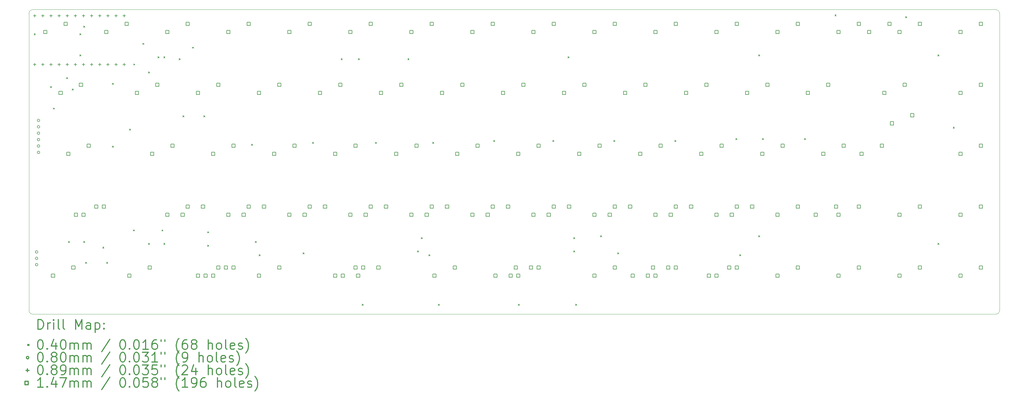
<source format=gbr>
%FSLAX45Y45*%
G04 Gerber Fmt 4.5, Leading zero omitted, Abs format (unit mm)*
G04 Created by KiCad (PCBNEW (5.1.8-0-10_14)) date 2021-09-26 01:45:02*
%MOMM*%
%LPD*%
G01*
G04 APERTURE LIST*
%TA.AperFunction,Profile*%
%ADD10C,0.050000*%
%TD*%
%ADD11C,0.200000*%
%ADD12C,0.300000*%
G04 APERTURE END LIST*
D10*
X-297657Y-12144385D02*
X29765650Y-12144385D01*
X-297657Y-2619377D02*
X29765650Y-2619377D01*
X-416719Y-2738440D02*
G75*
G02*
X-297657Y-2619377I119063J0D01*
G01*
X-416719Y-12025323D02*
X-416719Y-2738440D01*
X-297657Y-12144385D02*
G75*
G02*
X-416719Y-12025323I0J119063D01*
G01*
X29884713Y-2738440D02*
X29884713Y-12025323D01*
X29884713Y-12025323D02*
G75*
G02*
X29765650Y-12144385I-119063J0D01*
G01*
X29765650Y-2619377D02*
G75*
G02*
X29884713Y-2738440I0J-119063D01*
G01*
D11*
X-258125Y-3373284D02*
X-218125Y-3413284D01*
X-218125Y-3373284D02*
X-258125Y-3413284D01*
X251336Y-5020424D02*
X291336Y-5060424D01*
X291336Y-5020424D02*
X251336Y-5060424D01*
X337188Y-5695005D02*
X377188Y-5735005D01*
X377188Y-5695005D02*
X337188Y-5735005D01*
X753907Y-4742504D02*
X793907Y-4782504D01*
X793907Y-4742504D02*
X753907Y-4782504D01*
X813438Y-9862196D02*
X853438Y-9902196D01*
X853438Y-9862196D02*
X813438Y-9902196D01*
X932501Y-5099692D02*
X972501Y-5139692D01*
X972501Y-5099692D02*
X932501Y-5139692D01*
X1170626Y-3373284D02*
X1210626Y-3413284D01*
X1210626Y-3373284D02*
X1170626Y-3413284D01*
X1170626Y-4028128D02*
X1210626Y-4068128D01*
X1210626Y-4028128D02*
X1170626Y-4068128D01*
X1289689Y-3135159D02*
X1329689Y-3175159D01*
X1329689Y-3135159D02*
X1289689Y-3175159D01*
X1289689Y-9862196D02*
X1329689Y-9902196D01*
X1329689Y-9862196D02*
X1289689Y-9902196D01*
X1349220Y-10517040D02*
X1389220Y-10557040D01*
X1389220Y-10517040D02*
X1349220Y-10557040D01*
X1885002Y-10040790D02*
X1925002Y-10080790D01*
X1925002Y-10040790D02*
X1885002Y-10080790D01*
X2004064Y-10517040D02*
X2044064Y-10557040D01*
X2044064Y-10517040D02*
X2004064Y-10557040D01*
X2182658Y-4921098D02*
X2222658Y-4961098D01*
X2222658Y-4921098D02*
X2182658Y-4961098D01*
X2182658Y-6885631D02*
X2222658Y-6925631D01*
X2222658Y-6885631D02*
X2182658Y-6925631D01*
X2718440Y-6349849D02*
X2758440Y-6389849D01*
X2758440Y-6349849D02*
X2718440Y-6389849D01*
X2837502Y-9505008D02*
X2877502Y-9545008D01*
X2877502Y-9505008D02*
X2837502Y-9545008D01*
X2849409Y-4313878D02*
X2889409Y-4353878D01*
X2889409Y-4313878D02*
X2849409Y-4353878D01*
X3135159Y-3670941D02*
X3175159Y-3710941D01*
X3175159Y-3670941D02*
X3135159Y-3710941D01*
X3313753Y-4563910D02*
X3353753Y-4603910D01*
X3353753Y-4563910D02*
X3313753Y-4603910D01*
X3313753Y-9921727D02*
X3353753Y-9961727D01*
X3353753Y-9921727D02*
X3313753Y-9961727D01*
X3610836Y-4087087D02*
X3650836Y-4127087D01*
X3650836Y-4087087D02*
X3610836Y-4127087D01*
X3730472Y-9505008D02*
X3770472Y-9545008D01*
X3770472Y-9505008D02*
X3730472Y-9545008D01*
X3790003Y-4087660D02*
X3830003Y-4127660D01*
X3830003Y-4087660D02*
X3790003Y-4127660D01*
X3790003Y-9921727D02*
X3830003Y-9961727D01*
X3830003Y-9921727D02*
X3790003Y-9961727D01*
X4266254Y-4147191D02*
X4306254Y-4187191D01*
X4306254Y-4147191D02*
X4266254Y-4187191D01*
X4385316Y-5933130D02*
X4425316Y-5973130D01*
X4425316Y-5933130D02*
X4385316Y-5973130D01*
X4682973Y-3790003D02*
X4722973Y-3830003D01*
X4722973Y-3790003D02*
X4682973Y-3830003D01*
X5040161Y-5933130D02*
X5080161Y-5973130D01*
X5080161Y-5933130D02*
X5040161Y-5973130D01*
X5159223Y-9564539D02*
X5199223Y-9604539D01*
X5199223Y-9564539D02*
X5159223Y-9604539D01*
X5159223Y-9981258D02*
X5199223Y-10021258D01*
X5199223Y-9981258D02*
X5159223Y-10021258D01*
X6528443Y-6826099D02*
X6568443Y-6866099D01*
X6568443Y-6826099D02*
X6528443Y-6866099D01*
X6647506Y-9862196D02*
X6687506Y-9902196D01*
X6687506Y-9862196D02*
X6647506Y-9902196D01*
X6766568Y-10278915D02*
X6806568Y-10318915D01*
X6806568Y-10278915D02*
X6766568Y-10318915D01*
X8135788Y-10219384D02*
X8175788Y-10259384D01*
X8175788Y-10219384D02*
X8135788Y-10259384D01*
X8433445Y-6766568D02*
X8473445Y-6806568D01*
X8473445Y-6766568D02*
X8433445Y-6806568D01*
X9326414Y-4147191D02*
X9366414Y-4187191D01*
X9366414Y-4147191D02*
X9326414Y-4187191D01*
X9862196Y-4147191D02*
X9902196Y-4187191D01*
X9902196Y-4147191D02*
X9862196Y-4187191D01*
X9981258Y-11826729D02*
X10021258Y-11866729D01*
X10021258Y-11826729D02*
X9981258Y-11866729D01*
X10397978Y-6766568D02*
X10437978Y-6806568D01*
X10437978Y-6766568D02*
X10397978Y-6806568D01*
X11410010Y-4147191D02*
X11450010Y-4187191D01*
X11450010Y-4147191D02*
X11410010Y-4187191D01*
X11707666Y-10159852D02*
X11747666Y-10199852D01*
X11747666Y-10159852D02*
X11707666Y-10199852D01*
X11826729Y-9743133D02*
X11866729Y-9783133D01*
X11866729Y-9743133D02*
X11826729Y-9783133D01*
X12064854Y-10278915D02*
X12104854Y-10318915D01*
X12104854Y-10278915D02*
X12064854Y-10318915D01*
X12183916Y-6766568D02*
X12223916Y-6806568D01*
X12223916Y-6766568D02*
X12183916Y-6806568D01*
X12362510Y-11826729D02*
X12402510Y-11866729D01*
X12402510Y-11826729D02*
X12362510Y-11866729D01*
X14088918Y-6707037D02*
X14128918Y-6747037D01*
X14128918Y-6707037D02*
X14088918Y-6747037D01*
X14862825Y-11826729D02*
X14902825Y-11866729D01*
X14902825Y-11826729D02*
X14862825Y-11866729D01*
X15934388Y-6707037D02*
X15974388Y-6747037D01*
X15974388Y-6707037D02*
X15934388Y-6747037D01*
X16410639Y-4087660D02*
X16450639Y-4127660D01*
X16450639Y-4087660D02*
X16410639Y-4127660D01*
X16589233Y-9743133D02*
X16629233Y-9783133D01*
X16629233Y-9743133D02*
X16589233Y-9783133D01*
X16589233Y-10159852D02*
X16629233Y-10199852D01*
X16629233Y-10159852D02*
X16589233Y-10199852D01*
X16648764Y-11826729D02*
X16688764Y-11866729D01*
X16688764Y-11826729D02*
X16648764Y-11866729D01*
X17422671Y-9683602D02*
X17462671Y-9723602D01*
X17462671Y-9683602D02*
X17422671Y-9723602D01*
X17839390Y-6707037D02*
X17879390Y-6747037D01*
X17879390Y-6707037D02*
X17839390Y-6747037D01*
X17958453Y-10219384D02*
X17998453Y-10259384D01*
X17998453Y-10219384D02*
X17958453Y-10259384D01*
X19744392Y-6707037D02*
X19784392Y-6747037D01*
X19784392Y-6707037D02*
X19744392Y-6747037D01*
X21649393Y-6647506D02*
X21689393Y-6687506D01*
X21689393Y-6647506D02*
X21649393Y-6687506D01*
X21768456Y-10278915D02*
X21808456Y-10318915D01*
X21808456Y-10278915D02*
X21768456Y-10318915D01*
X22363769Y-4028128D02*
X22403769Y-4068128D01*
X22403769Y-4028128D02*
X22363769Y-4068128D01*
X22363769Y-9683602D02*
X22403769Y-9723602D01*
X22403769Y-9683602D02*
X22363769Y-9723602D01*
X22482831Y-6647506D02*
X22522831Y-6687506D01*
X22522831Y-6647506D02*
X22482831Y-6687506D01*
X23792520Y-6647506D02*
X23832520Y-6687506D01*
X23832520Y-6647506D02*
X23792520Y-6687506D01*
X24745021Y-2777971D02*
X24785021Y-2817971D01*
X24785021Y-2777971D02*
X24745021Y-2817971D01*
X26947679Y-2837502D02*
X26987679Y-2877502D01*
X26987679Y-2837502D02*
X26947679Y-2877502D01*
X27959711Y-4028128D02*
X27999711Y-4068128D01*
X27999711Y-4028128D02*
X27959711Y-4068128D01*
X27959711Y-9921727D02*
X27999711Y-9961727D01*
X27999711Y-9921727D02*
X27959711Y-9961727D01*
X28435961Y-6290318D02*
X28475961Y-6330318D01*
X28475961Y-6290318D02*
X28435961Y-6330318D01*
X-79063Y-6084225D02*
G75*
G03*
X-79063Y-6084225I-40000J0D01*
G01*
X-79063Y-6284225D02*
G75*
G03*
X-79063Y-6284225I-40000J0D01*
G01*
X-79063Y-6484225D02*
G75*
G03*
X-79063Y-6484225I-40000J0D01*
G01*
X-79063Y-6684225D02*
G75*
G03*
X-79063Y-6684225I-40000J0D01*
G01*
X-79063Y-6884225D02*
G75*
G03*
X-79063Y-6884225I-40000J0D01*
G01*
X-79063Y-7084225D02*
G75*
G03*
X-79063Y-7084225I-40000J0D01*
G01*
X-138594Y-10196571D02*
G75*
G03*
X-138594Y-10196571I-40000J0D01*
G01*
X-138594Y-10396571D02*
G75*
G03*
X-138594Y-10396571I-40000J0D01*
G01*
X-138594Y-10596571D02*
G75*
G03*
X-138594Y-10596571I-40000J0D01*
G01*
X-238125Y-2765428D02*
X-238125Y-2854328D01*
X-282575Y-2809878D02*
X-193675Y-2809878D01*
X-238125Y-4289428D02*
X-238125Y-4378328D01*
X-282575Y-4333878D02*
X-193675Y-4333878D01*
X15875Y-2765428D02*
X15875Y-2854328D01*
X-28575Y-2809878D02*
X60325Y-2809878D01*
X15875Y-4289428D02*
X15875Y-4378328D01*
X-28575Y-4333878D02*
X60325Y-4333878D01*
X269875Y-2765428D02*
X269875Y-2854328D01*
X225425Y-2809878D02*
X314325Y-2809878D01*
X269875Y-4289428D02*
X269875Y-4378328D01*
X225425Y-4333878D02*
X314325Y-4333878D01*
X523875Y-2765428D02*
X523875Y-2854328D01*
X479425Y-2809878D02*
X568325Y-2809878D01*
X523875Y-4289428D02*
X523875Y-4378328D01*
X479425Y-4333878D02*
X568325Y-4333878D01*
X777875Y-2765428D02*
X777875Y-2854328D01*
X733425Y-2809878D02*
X822325Y-2809878D01*
X777875Y-4289428D02*
X777875Y-4378328D01*
X733425Y-4333878D02*
X822325Y-4333878D01*
X1031875Y-2765428D02*
X1031875Y-2854328D01*
X987425Y-2809878D02*
X1076325Y-2809878D01*
X1031875Y-4289428D02*
X1031875Y-4378328D01*
X987425Y-4333878D02*
X1076325Y-4333878D01*
X1285875Y-2765428D02*
X1285875Y-2854328D01*
X1241425Y-2809878D02*
X1330325Y-2809878D01*
X1285875Y-4289428D02*
X1285875Y-4378328D01*
X1241425Y-4333878D02*
X1330325Y-4333878D01*
X1539875Y-2765428D02*
X1539875Y-2854328D01*
X1495425Y-2809878D02*
X1584325Y-2809878D01*
X1539875Y-4289428D02*
X1539875Y-4378328D01*
X1495425Y-4333878D02*
X1584325Y-4333878D01*
X1793875Y-2765428D02*
X1793875Y-2854328D01*
X1749425Y-2809878D02*
X1838325Y-2809878D01*
X1793875Y-4289428D02*
X1793875Y-4378328D01*
X1749425Y-4333878D02*
X1838325Y-4333878D01*
X2047875Y-2765428D02*
X2047875Y-2854328D01*
X2003425Y-2809878D02*
X2092325Y-2809878D01*
X2047875Y-4289428D02*
X2047875Y-4378328D01*
X2003425Y-4333878D02*
X2092325Y-4333878D01*
X2301875Y-2765428D02*
X2301875Y-2854328D01*
X2257425Y-2809878D02*
X2346325Y-2809878D01*
X2301875Y-4289428D02*
X2301875Y-4378328D01*
X2257425Y-4333878D02*
X2346325Y-4333878D01*
X2555875Y-2765428D02*
X2555875Y-2854328D01*
X2511425Y-2809878D02*
X2600325Y-2809878D01*
X2555875Y-4289428D02*
X2555875Y-4378328D01*
X2511425Y-4333878D02*
X2600325Y-4333878D01*
X13958473Y-9084848D02*
X13958473Y-8980902D01*
X13854527Y-8980902D01*
X13854527Y-9084848D01*
X13958473Y-9084848D01*
X14593473Y-8830848D02*
X14593473Y-8726902D01*
X14489527Y-8726902D01*
X14489527Y-8830848D01*
X14593473Y-8830848D01*
X17768473Y-9084848D02*
X17768473Y-8980902D01*
X17664527Y-8980902D01*
X17664527Y-9084848D01*
X17768473Y-9084848D01*
X18403473Y-8830848D02*
X18403473Y-8726902D01*
X18299527Y-8726902D01*
X18299527Y-8830848D01*
X18403473Y-8830848D01*
X6814723Y-10989848D02*
X6814723Y-10885902D01*
X6710777Y-10885902D01*
X6710777Y-10989848D01*
X6814723Y-10989848D01*
X7449723Y-10735848D02*
X7449723Y-10631902D01*
X7345777Y-10631902D01*
X7345777Y-10735848D01*
X7449723Y-10735848D01*
X12291608Y-10989857D02*
X12291608Y-10885912D01*
X12187663Y-10885912D01*
X12187663Y-10989857D01*
X12291608Y-10989857D01*
X12926608Y-10735857D02*
X12926608Y-10631912D01*
X12822663Y-10631912D01*
X12822663Y-10735857D01*
X12926608Y-10735857D01*
X6338473Y-9084848D02*
X6338473Y-8980902D01*
X6234527Y-8980902D01*
X6234527Y-9084848D01*
X6338473Y-9084848D01*
X6973473Y-8830848D02*
X6973473Y-8726902D01*
X6869527Y-8726902D01*
X6869527Y-8830848D01*
X6973473Y-8830848D01*
X28722223Y-9084848D02*
X28722223Y-8980902D01*
X28618277Y-8980902D01*
X28618277Y-9084848D01*
X28722223Y-9084848D01*
X29357223Y-8830848D02*
X29357223Y-8726902D01*
X29253277Y-8726902D01*
X29253277Y-8830848D01*
X29357223Y-8830848D01*
X9434139Y-10989895D02*
X9434139Y-10885949D01*
X9330193Y-10885949D01*
X9330193Y-10989895D01*
X9434139Y-10989895D01*
X10069139Y-10735895D02*
X10069139Y-10631949D01*
X9965193Y-10631949D01*
X9965193Y-10735895D01*
X10069139Y-10735895D01*
X13482234Y-9084856D02*
X13482234Y-8980910D01*
X13378289Y-8980910D01*
X13378289Y-9084856D01*
X13482234Y-9084856D01*
X14117234Y-8830856D02*
X14117234Y-8726910D01*
X14013289Y-8726910D01*
X14013289Y-8830856D01*
X14117234Y-8830856D01*
X5147848Y-10989848D02*
X5147848Y-10885902D01*
X5043902Y-10885902D01*
X5043902Y-10989848D01*
X5147848Y-10989848D01*
X5782848Y-10735848D02*
X5782848Y-10631902D01*
X5678902Y-10631902D01*
X5678902Y-10735848D01*
X5782848Y-10735848D01*
X26340973Y-5274848D02*
X26340973Y-5170902D01*
X26237027Y-5170902D01*
X26237027Y-5274848D01*
X26340973Y-5274848D01*
X26975973Y-5020848D02*
X26975973Y-4916902D01*
X26872027Y-4916902D01*
X26872027Y-5020848D01*
X26975973Y-5020848D01*
X20625973Y-7179848D02*
X20625973Y-7075902D01*
X20522027Y-7075902D01*
X20522027Y-7179848D01*
X20625973Y-7179848D01*
X21260973Y-6925848D02*
X21260973Y-6821902D01*
X21157027Y-6821902D01*
X21157027Y-6925848D01*
X21260973Y-6925848D01*
X24435994Y-7179854D02*
X24435994Y-7075908D01*
X24332048Y-7075908D01*
X24332048Y-7179854D01*
X24435994Y-7179854D01*
X25070994Y-6925854D02*
X25070994Y-6821908D01*
X24967048Y-6821908D01*
X24967048Y-6925854D01*
X25070994Y-6925854D01*
X24912223Y-3369848D02*
X24912223Y-3265902D01*
X24808277Y-3265902D01*
X24808277Y-3369848D01*
X24912223Y-3369848D01*
X25547223Y-3115848D02*
X25547223Y-3011902D01*
X25443277Y-3011902D01*
X25443277Y-3115848D01*
X25547223Y-3115848D01*
X861598Y-7179848D02*
X861598Y-7075902D01*
X757652Y-7075902D01*
X757652Y-7179848D01*
X861598Y-7179848D01*
X1496598Y-6925848D02*
X1496598Y-6821902D01*
X1392652Y-6821902D01*
X1392652Y-6925848D01*
X1496598Y-6925848D01*
X9195973Y-10989848D02*
X9195973Y-10885902D01*
X9092027Y-10885902D01*
X9092027Y-10989848D01*
X9195973Y-10989848D01*
X9830973Y-10735848D02*
X9830973Y-10631902D01*
X9727027Y-10631902D01*
X9727027Y-10735848D01*
X9830973Y-10735848D01*
X3480973Y-7179848D02*
X3480973Y-7075902D01*
X3377027Y-7075902D01*
X3377027Y-7179848D01*
X3480973Y-7179848D01*
X4115973Y-6925848D02*
X4115973Y-6821902D01*
X4012027Y-6821902D01*
X4012027Y-6925848D01*
X4115973Y-6925848D01*
X18959098Y-10989848D02*
X18959098Y-10885902D01*
X18855152Y-10885902D01*
X18855152Y-10989848D01*
X18959098Y-10989848D01*
X19594098Y-10735848D02*
X19594098Y-10631902D01*
X19490152Y-10631902D01*
X19490152Y-10735848D01*
X19594098Y-10735848D01*
X5862223Y-3369848D02*
X5862223Y-3265902D01*
X5758277Y-3265902D01*
X5758277Y-3369848D01*
X5862223Y-3369848D01*
X6497223Y-3115848D02*
X6497223Y-3011902D01*
X6393277Y-3011902D01*
X6393277Y-3115848D01*
X6497223Y-3115848D01*
X14672911Y-10989895D02*
X14672911Y-10885949D01*
X14568965Y-10885949D01*
X14568965Y-10989895D01*
X14672911Y-10989895D01*
X15307911Y-10735895D02*
X15307911Y-10631949D01*
X15203965Y-10631949D01*
X15203965Y-10735895D01*
X15307911Y-10735895D01*
X19197239Y-9084856D02*
X19197239Y-8980910D01*
X19093294Y-8980910D01*
X19093294Y-9084856D01*
X19197239Y-9084856D01*
X19832239Y-8830856D02*
X19832239Y-8726910D01*
X19728294Y-8726910D01*
X19728294Y-8830856D01*
X19832239Y-8830856D01*
X23007223Y-3369848D02*
X23007223Y-3265902D01*
X22903277Y-3265902D01*
X22903277Y-3369848D01*
X23007223Y-3369848D01*
X23642223Y-3115848D02*
X23642223Y-3011902D01*
X23538277Y-3011902D01*
X23538277Y-3115848D01*
X23642223Y-3115848D01*
X2766598Y-10989848D02*
X2766598Y-10885902D01*
X2662652Y-10885902D01*
X2662652Y-10989848D01*
X2766598Y-10989848D01*
X3401598Y-10735848D02*
X3401598Y-10631902D01*
X3297652Y-10631902D01*
X3297652Y-10735848D01*
X3401598Y-10735848D01*
X5385978Y-10989857D02*
X5385978Y-10885912D01*
X5282032Y-10885912D01*
X5282032Y-10989857D01*
X5385978Y-10989857D01*
X6020978Y-10735857D02*
X6020978Y-10631912D01*
X5917032Y-10631912D01*
X5917032Y-10735857D01*
X6020978Y-10735857D01*
X12053473Y-9084848D02*
X12053473Y-8980902D01*
X11949527Y-8980902D01*
X11949527Y-9084848D01*
X12053473Y-9084848D01*
X12688473Y-8830848D02*
X12688473Y-8726902D01*
X12584527Y-8726902D01*
X12584527Y-8830848D01*
X12688473Y-8830848D01*
X9672231Y-9084856D02*
X9672231Y-8980910D01*
X9568286Y-8980910D01*
X9568286Y-9084856D01*
X9672231Y-9084856D01*
X10307231Y-8830856D02*
X10307231Y-8726910D01*
X10203286Y-8726910D01*
X10203286Y-8830856D01*
X10307231Y-8830856D01*
X385348Y-10989848D02*
X385348Y-10885902D01*
X281402Y-10885902D01*
X281402Y-10989848D01*
X385348Y-10989848D01*
X1020348Y-10735848D02*
X1020348Y-10631902D01*
X916402Y-10631902D01*
X916402Y-10735848D01*
X1020348Y-10735848D01*
X2052223Y-3369848D02*
X2052223Y-3265902D01*
X1948277Y-3265902D01*
X1948277Y-3369848D01*
X2052223Y-3369848D01*
X2687223Y-3115848D02*
X2687223Y-3011902D01*
X2583277Y-3011902D01*
X2583277Y-3115848D01*
X2687223Y-3115848D01*
X12529723Y-5274848D02*
X12529723Y-5170902D01*
X12425777Y-5170902D01*
X12425777Y-5274848D01*
X12529723Y-5274848D01*
X13164723Y-5020848D02*
X13164723Y-4916902D01*
X13060777Y-4916902D01*
X13060777Y-5020848D01*
X13164723Y-5020848D01*
X16815973Y-7179848D02*
X16815973Y-7075902D01*
X16712027Y-7075902D01*
X16712027Y-7179848D01*
X16815973Y-7179848D01*
X17450973Y-6925848D02*
X17450973Y-6821902D01*
X17347027Y-6821902D01*
X17347027Y-6925848D01*
X17450973Y-6925848D01*
X11100973Y-7179848D02*
X11100973Y-7075902D01*
X10997027Y-7075902D01*
X10997027Y-7179848D01*
X11100973Y-7179848D01*
X11735973Y-6925848D02*
X11735973Y-6821902D01*
X11632027Y-6821902D01*
X11632027Y-6925848D01*
X11735973Y-6925848D01*
X14434723Y-5274848D02*
X14434723Y-5170902D01*
X14330777Y-5170902D01*
X14330777Y-5274848D01*
X14434723Y-5274848D01*
X15069723Y-5020848D02*
X15069723Y-4916902D01*
X14965777Y-4916902D01*
X14965777Y-5020848D01*
X15069723Y-5020848D01*
X3957226Y-9084856D02*
X3957226Y-8980910D01*
X3853281Y-8980910D01*
X3853281Y-9084856D01*
X3957226Y-9084856D01*
X4592226Y-8830856D02*
X4592226Y-8726910D01*
X4488281Y-8726910D01*
X4488281Y-8830856D01*
X4592226Y-8830856D01*
X23950723Y-5274848D02*
X23950723Y-5170902D01*
X23846777Y-5170902D01*
X23846777Y-5274848D01*
X23950723Y-5274848D01*
X24585723Y-5020848D02*
X24585723Y-4916902D01*
X24481777Y-4916902D01*
X24481777Y-5020848D01*
X24585723Y-5020848D01*
X14910973Y-10989848D02*
X14910973Y-10885902D01*
X14807027Y-10885902D01*
X14807027Y-10989848D01*
X14910973Y-10989848D01*
X15545973Y-10735848D02*
X15545973Y-10631902D01*
X15442027Y-10631902D01*
X15442027Y-10735848D01*
X15545973Y-10735848D01*
X17292223Y-10989848D02*
X17292223Y-10885902D01*
X17188277Y-10885902D01*
X17188277Y-10989848D01*
X17292223Y-10989848D01*
X17927223Y-10735848D02*
X17927223Y-10631902D01*
X17823277Y-10631902D01*
X17823277Y-10735848D01*
X17927223Y-10735848D01*
X19197239Y-10989857D02*
X19197239Y-10885912D01*
X19093294Y-10885912D01*
X19093294Y-10989857D01*
X19197239Y-10989857D01*
X19832239Y-10735857D02*
X19832239Y-10631912D01*
X19728294Y-10631912D01*
X19728294Y-10735857D01*
X19832239Y-10735857D01*
X8719723Y-5274848D02*
X8719723Y-5170902D01*
X8615777Y-5170902D01*
X8615777Y-5274848D01*
X8719723Y-5274848D01*
X9354723Y-5020848D02*
X9354723Y-4916902D01*
X9250777Y-4916902D01*
X9250777Y-5020848D01*
X9354723Y-5020848D01*
X28722223Y-10989848D02*
X28722223Y-10885902D01*
X28618277Y-10885902D01*
X28618277Y-10989848D01*
X28722223Y-10989848D01*
X29357223Y-10735848D02*
X29357223Y-10631902D01*
X29253277Y-10631902D01*
X29253277Y-10735848D01*
X29357223Y-10735848D01*
X15387236Y-9084856D02*
X15387236Y-8980910D01*
X15283290Y-8980910D01*
X15283290Y-9084856D01*
X15387236Y-9084856D01*
X16022236Y-8830856D02*
X16022236Y-8726910D01*
X15918290Y-8726910D01*
X15918290Y-8830856D01*
X16022236Y-8830856D01*
X19197223Y-3369848D02*
X19197223Y-3265902D01*
X19093277Y-3265902D01*
X19093277Y-3369848D01*
X19197223Y-3369848D01*
X19832223Y-3115848D02*
X19832223Y-3011902D01*
X19728277Y-3011902D01*
X19728277Y-3115848D01*
X19832223Y-3115848D01*
X18720973Y-7179848D02*
X18720973Y-7075902D01*
X18617027Y-7075902D01*
X18617027Y-7179848D01*
X18720973Y-7179848D01*
X19355973Y-6925848D02*
X19355973Y-6821902D01*
X19252027Y-6821902D01*
X19252027Y-6925848D01*
X19355973Y-6925848D01*
X11577223Y-3369848D02*
X11577223Y-3265902D01*
X11473277Y-3265902D01*
X11473277Y-3369848D01*
X11577223Y-3369848D01*
X12212223Y-3115848D02*
X12212223Y-3011902D01*
X12108277Y-3011902D01*
X12108277Y-3115848D01*
X12212223Y-3115848D01*
X6814723Y-5274848D02*
X6814723Y-5170902D01*
X6710777Y-5170902D01*
X6710777Y-5274848D01*
X6814723Y-5274848D01*
X7449723Y-5020848D02*
X7449723Y-4916902D01*
X7345777Y-4916902D01*
X7345777Y-5020848D01*
X7449723Y-5020848D01*
X26817223Y-9084848D02*
X26817223Y-8980902D01*
X26713277Y-8980902D01*
X26713277Y-9084848D01*
X26817223Y-9084848D01*
X27452223Y-8830848D02*
X27452223Y-8726902D01*
X27348277Y-8726902D01*
X27348277Y-8830848D01*
X27452223Y-8830848D01*
X10148473Y-9084848D02*
X10148473Y-8980902D01*
X10044527Y-8980902D01*
X10044527Y-9084848D01*
X10148473Y-9084848D01*
X10783473Y-8830848D02*
X10783473Y-8726902D01*
X10679527Y-8726902D01*
X10679527Y-8830848D01*
X10783473Y-8830848D01*
X28722223Y-7179848D02*
X28722223Y-7075902D01*
X28618277Y-7075902D01*
X28618277Y-7179848D01*
X28722223Y-7179848D01*
X29357223Y-6925848D02*
X29357223Y-6821902D01*
X29253277Y-6821902D01*
X29253277Y-6925848D01*
X29357223Y-6925848D01*
X24912244Y-9084856D02*
X24912244Y-8980910D01*
X24808298Y-8980910D01*
X24808298Y-9084856D01*
X24912244Y-9084856D01*
X25547244Y-8830856D02*
X25547244Y-8726910D01*
X25443298Y-8726910D01*
X25443298Y-8830856D01*
X25547244Y-8830856D01*
X25864723Y-3369848D02*
X25864723Y-3265902D01*
X25760777Y-3265902D01*
X25760777Y-3369848D01*
X25864723Y-3369848D01*
X26499723Y-3115848D02*
X26499723Y-3011902D01*
X26395777Y-3011902D01*
X26395777Y-3115848D01*
X26499723Y-3115848D01*
X17292223Y-3369848D02*
X17292223Y-3265902D01*
X17188277Y-3265902D01*
X17188277Y-3369848D01*
X17292223Y-3369848D01*
X17927223Y-3115848D02*
X17927223Y-3011902D01*
X17823277Y-3011902D01*
X17823277Y-3115848D01*
X17927223Y-3115848D01*
X28722223Y-3369848D02*
X28722223Y-3265902D01*
X28618277Y-3265902D01*
X28618277Y-3369848D01*
X28722223Y-3369848D01*
X29357223Y-3115848D02*
X29357223Y-3011902D01*
X29253277Y-3011902D01*
X29253277Y-3115848D01*
X29357223Y-3115848D01*
X4909723Y-5274848D02*
X4909723Y-5170902D01*
X4805777Y-5170902D01*
X4805777Y-5274848D01*
X4909723Y-5274848D01*
X5544723Y-5020848D02*
X5544723Y-4916902D01*
X5440777Y-4916902D01*
X5440777Y-5020848D01*
X5544723Y-5020848D01*
X21102223Y-3369848D02*
X21102223Y-3265902D01*
X20998277Y-3265902D01*
X20998277Y-3369848D01*
X21102223Y-3369848D01*
X21737223Y-3115848D02*
X21737223Y-3011902D01*
X21633277Y-3011902D01*
X21633277Y-3115848D01*
X21737223Y-3115848D01*
X18482864Y-10989857D02*
X18482864Y-10885912D01*
X18378918Y-10885912D01*
X18378918Y-10989857D01*
X18482864Y-10989857D01*
X19117864Y-10735857D02*
X19117864Y-10631912D01*
X19013918Y-10631912D01*
X19013918Y-10735857D01*
X19117864Y-10735857D01*
X8243473Y-9084848D02*
X8243473Y-8980902D01*
X8139527Y-8980902D01*
X8139527Y-9084848D01*
X8243473Y-9084848D01*
X8878473Y-8830848D02*
X8878473Y-8726902D01*
X8774527Y-8726902D01*
X8774527Y-8830848D01*
X8878473Y-8830848D01*
X13482223Y-3369848D02*
X13482223Y-3265902D01*
X13378277Y-3265902D01*
X13378277Y-3369848D01*
X13482223Y-3369848D01*
X14117223Y-3115848D02*
X14117223Y-3011902D01*
X14013277Y-3011902D01*
X14013277Y-3115848D01*
X14117223Y-3115848D01*
X21102241Y-9084856D02*
X21102241Y-8980910D01*
X20998295Y-8980910D01*
X20998295Y-9084856D01*
X21102241Y-9084856D01*
X21737241Y-8830856D02*
X21737241Y-8726910D01*
X21633295Y-8726910D01*
X21633295Y-8830856D01*
X21737241Y-8830856D01*
X25626598Y-7179848D02*
X25626598Y-7075902D01*
X25522652Y-7075902D01*
X25522652Y-7179848D01*
X25626598Y-7179848D01*
X26261598Y-6925848D02*
X26261598Y-6821902D01*
X26157652Y-6821902D01*
X26157652Y-6925848D01*
X26261598Y-6925848D01*
X24197951Y-9084887D02*
X24197951Y-8980941D01*
X24094005Y-8980941D01*
X24094005Y-9084887D01*
X24197951Y-9084887D01*
X24832951Y-8830887D02*
X24832951Y-8726941D01*
X24729005Y-8726941D01*
X24729005Y-8830887D01*
X24832951Y-8830887D01*
X9910391Y-10989895D02*
X9910391Y-10885949D01*
X9806445Y-10885949D01*
X9806445Y-10989895D01*
X9910391Y-10989895D01*
X10545391Y-10735895D02*
X10545391Y-10631949D01*
X10441445Y-10631949D01*
X10441445Y-10735895D01*
X10545391Y-10735895D01*
X9195973Y-7179848D02*
X9195973Y-7075902D01*
X9092027Y-7075902D01*
X9092027Y-7179848D01*
X9195973Y-7179848D01*
X9830973Y-6925848D02*
X9830973Y-6821902D01*
X9727027Y-6821902D01*
X9727027Y-6925848D01*
X9830973Y-6925848D01*
X24912223Y-10989848D02*
X24912223Y-10885902D01*
X24808277Y-10885902D01*
X24808277Y-10989848D01*
X24912223Y-10989848D01*
X25547223Y-10735848D02*
X25547223Y-10631902D01*
X25443277Y-10631902D01*
X25443277Y-10735848D01*
X25547223Y-10735848D01*
X13005973Y-7179848D02*
X13005973Y-7075902D01*
X12902027Y-7075902D01*
X12902027Y-7179848D01*
X13005973Y-7179848D01*
X13640973Y-6925848D02*
X13640973Y-6821902D01*
X13537027Y-6821902D01*
X13537027Y-6925848D01*
X13640973Y-6925848D01*
X11577233Y-9084856D02*
X11577233Y-8980910D01*
X11473287Y-8980910D01*
X11473287Y-9084856D01*
X11577233Y-9084856D01*
X12212233Y-8830856D02*
X12212233Y-8726910D01*
X12108287Y-8726910D01*
X12108287Y-8830856D01*
X12212233Y-8830856D01*
X623473Y-5274848D02*
X623473Y-5170902D01*
X519527Y-5170902D01*
X519527Y-5274848D01*
X623473Y-5274848D01*
X1258473Y-5020848D02*
X1258473Y-4916902D01*
X1154527Y-4916902D01*
X1154527Y-5020848D01*
X1258473Y-5020848D01*
X15863473Y-9084848D02*
X15863473Y-8980902D01*
X15759527Y-8980902D01*
X15759527Y-9084848D01*
X15863473Y-9084848D01*
X16498473Y-8830848D02*
X16498473Y-8726902D01*
X16394527Y-8726902D01*
X16394527Y-8830848D01*
X16498473Y-8830848D01*
X26817223Y-3369848D02*
X26817223Y-3265902D01*
X26713277Y-3265902D01*
X26713277Y-3369848D01*
X26817223Y-3369848D01*
X27452223Y-3115848D02*
X27452223Y-3011902D01*
X27348277Y-3011902D01*
X27348277Y-3115848D01*
X27452223Y-3115848D01*
X5862228Y-9084856D02*
X5862228Y-8980910D01*
X5758282Y-8980910D01*
X5758282Y-9084856D01*
X5862228Y-9084856D01*
X6497228Y-8830856D02*
X6497228Y-8726910D01*
X6393282Y-8726910D01*
X6393282Y-8830856D01*
X6497228Y-8830856D01*
X22530973Y-7179848D02*
X22530973Y-7075902D01*
X22427027Y-7075902D01*
X22427027Y-7179848D01*
X22530973Y-7179848D01*
X23165973Y-6925848D02*
X23165973Y-6821902D01*
X23062027Y-6821902D01*
X23062027Y-6925848D01*
X23165973Y-6925848D01*
X5385973Y-7179848D02*
X5385973Y-7075902D01*
X5282027Y-7075902D01*
X5282027Y-7179848D01*
X5385973Y-7179848D01*
X6020973Y-6925848D02*
X6020973Y-6821902D01*
X5917027Y-6821902D01*
X5917027Y-6925848D01*
X6020973Y-6925848D01*
X17292238Y-9084856D02*
X17292238Y-8980910D01*
X17188292Y-8980910D01*
X17188292Y-9084856D01*
X17292238Y-9084856D01*
X17927238Y-8830856D02*
X17927238Y-8726910D01*
X17823292Y-8726910D01*
X17823292Y-8830856D01*
X17927238Y-8830856D01*
X7767223Y-3369848D02*
X7767223Y-3265902D01*
X7663277Y-3265902D01*
X7663277Y-3369848D01*
X7767223Y-3369848D01*
X8402223Y-3115848D02*
X8402223Y-3011902D01*
X8298277Y-3011902D01*
X8298277Y-3115848D01*
X8402223Y-3115848D01*
X20149723Y-5274848D02*
X20149723Y-5170902D01*
X20045777Y-5170902D01*
X20045777Y-5274848D01*
X20149723Y-5274848D01*
X20784723Y-5020848D02*
X20784723Y-4916902D01*
X20680777Y-4916902D01*
X20680777Y-5020848D01*
X20784723Y-5020848D01*
X7290973Y-7179848D02*
X7290973Y-7075902D01*
X7187027Y-7075902D01*
X7187027Y-7179848D01*
X7290973Y-7179848D01*
X7925973Y-6925848D02*
X7925973Y-6821902D01*
X7822027Y-6821902D01*
X7822027Y-6925848D01*
X7925973Y-6925848D01*
X26817223Y-10989848D02*
X26817223Y-10885902D01*
X26713277Y-10885902D01*
X26713277Y-10989848D01*
X26817223Y-10989848D01*
X27452223Y-10735848D02*
X27452223Y-10631902D01*
X27348277Y-10631902D01*
X27348277Y-10735848D01*
X27452223Y-10735848D01*
X15387223Y-3369848D02*
X15387223Y-3265902D01*
X15283277Y-3265902D01*
X15283277Y-3369848D01*
X15387223Y-3369848D01*
X16022223Y-3115848D02*
X16022223Y-3011902D01*
X15918277Y-3011902D01*
X15918277Y-3115848D01*
X16022223Y-3115848D01*
X26579120Y-6227353D02*
X26579120Y-6123408D01*
X26475175Y-6123408D01*
X26475175Y-6227353D01*
X26579120Y-6227353D01*
X27214120Y-5973353D02*
X27214120Y-5869408D01*
X27110175Y-5869408D01*
X27110175Y-5973353D01*
X27214120Y-5973353D01*
X147223Y-3369848D02*
X147223Y-3265902D01*
X43277Y-3265902D01*
X43277Y-3369848D01*
X147223Y-3369848D01*
X782223Y-3115848D02*
X782223Y-3011902D01*
X678277Y-3011902D01*
X678277Y-3115848D01*
X782223Y-3115848D01*
X3957223Y-3369848D02*
X3957223Y-3265902D01*
X3853277Y-3265902D01*
X3853277Y-3369848D01*
X3957223Y-3369848D01*
X4592223Y-3115848D02*
X4592223Y-3011902D01*
X4488277Y-3011902D01*
X4488277Y-3115848D01*
X4592223Y-3115848D01*
X4433473Y-9084848D02*
X4433473Y-8980902D01*
X4329527Y-8980902D01*
X4329527Y-9084848D01*
X4433473Y-9084848D01*
X5068473Y-8830848D02*
X5068473Y-8726902D01*
X4964527Y-8726902D01*
X4964527Y-8830848D01*
X5068473Y-8830848D01*
X22054723Y-5274848D02*
X22054723Y-5170902D01*
X21950777Y-5170902D01*
X21950777Y-5274848D01*
X22054723Y-5274848D01*
X22689723Y-5020848D02*
X22689723Y-4916902D01*
X22585777Y-4916902D01*
X22585777Y-5020848D01*
X22689723Y-5020848D01*
X20864116Y-10989857D02*
X20864116Y-10885912D01*
X20760170Y-10885912D01*
X20760170Y-10989857D01*
X20864116Y-10989857D01*
X21499116Y-10735857D02*
X21499116Y-10631912D01*
X21395170Y-10631912D01*
X21395170Y-10735857D01*
X21499116Y-10735857D01*
X3004723Y-5274848D02*
X3004723Y-5170902D01*
X2900777Y-5170902D01*
X2900777Y-5274848D01*
X3004723Y-5274848D01*
X3639723Y-5020848D02*
X3639723Y-4916902D01*
X3535777Y-4916902D01*
X3535777Y-5020848D01*
X3639723Y-5020848D01*
X10624723Y-5274848D02*
X10624723Y-5170902D01*
X10520777Y-5170902D01*
X10520777Y-5274848D01*
X10624723Y-5274848D01*
X11259723Y-5020848D02*
X11259723Y-4916902D01*
X11155777Y-4916902D01*
X11155777Y-5020848D01*
X11259723Y-5020848D01*
X1337848Y-9084848D02*
X1337848Y-8980902D01*
X1233902Y-8980902D01*
X1233902Y-9084848D01*
X1337848Y-9084848D01*
X1972848Y-8830848D02*
X1972848Y-8726902D01*
X1868902Y-8726902D01*
X1868902Y-8830848D01*
X1972848Y-8830848D01*
X23007242Y-9084856D02*
X23007242Y-8980910D01*
X22903297Y-8980910D01*
X22903297Y-9084856D01*
X23007242Y-9084856D01*
X23642242Y-8830856D02*
X23642242Y-8726910D01*
X23538297Y-8726910D01*
X23538297Y-8830856D01*
X23642242Y-8830856D01*
X14196659Y-10989895D02*
X14196659Y-10885949D01*
X14092713Y-10885949D01*
X14092713Y-10989895D01*
X14196659Y-10989895D01*
X14831659Y-10735895D02*
X14831659Y-10631949D01*
X14727713Y-10631949D01*
X14727713Y-10735895D01*
X14831659Y-10735895D01*
X1099724Y-9084856D02*
X1099724Y-8980910D01*
X995778Y-8980910D01*
X995778Y-9084856D01*
X1099724Y-9084856D01*
X1734724Y-8830856D02*
X1734724Y-8726910D01*
X1630778Y-8726910D01*
X1630778Y-8830856D01*
X1734724Y-8830856D01*
X19673473Y-9084848D02*
X19673473Y-8980902D01*
X19569527Y-8980902D01*
X19569527Y-9084848D01*
X19673473Y-9084848D01*
X20308473Y-8830848D02*
X20308473Y-8726902D01*
X20204527Y-8726902D01*
X20204527Y-8830848D01*
X20308473Y-8830848D01*
X9672223Y-3369848D02*
X9672223Y-3265902D01*
X9568277Y-3265902D01*
X9568277Y-3369848D01*
X9672223Y-3369848D01*
X10307223Y-3115848D02*
X10307223Y-3011902D01*
X10203277Y-3011902D01*
X10203277Y-3115848D01*
X10307223Y-3115848D01*
X14910973Y-7179848D02*
X14910973Y-7075902D01*
X14807027Y-7075902D01*
X14807027Y-7179848D01*
X14910973Y-7179848D01*
X15545973Y-6925848D02*
X15545973Y-6821902D01*
X15442027Y-6821902D01*
X15442027Y-6925848D01*
X15545973Y-6925848D01*
X21102223Y-10989848D02*
X21102223Y-10885902D01*
X20998277Y-10885902D01*
X20998277Y-10989848D01*
X21102223Y-10989848D01*
X21737223Y-10735848D02*
X21737223Y-10631902D01*
X21633277Y-10631902D01*
X21633277Y-10735848D01*
X21737223Y-10735848D01*
X28722223Y-5274848D02*
X28722223Y-5170902D01*
X28618277Y-5170902D01*
X28618277Y-5274848D01*
X28722223Y-5274848D01*
X29357223Y-5020848D02*
X29357223Y-4916902D01*
X29253277Y-4916902D01*
X29253277Y-5020848D01*
X29357223Y-5020848D01*
X18244723Y-5274848D02*
X18244723Y-5170902D01*
X18140777Y-5170902D01*
X18140777Y-5274848D01*
X18244723Y-5274848D01*
X18879723Y-5020848D02*
X18879723Y-4916902D01*
X18775777Y-4916902D01*
X18775777Y-5020848D01*
X18879723Y-5020848D01*
X21578473Y-9084848D02*
X21578473Y-8980902D01*
X21474527Y-8980902D01*
X21474527Y-9084848D01*
X21578473Y-9084848D01*
X22213473Y-8830848D02*
X22213473Y-8726902D01*
X22109527Y-8726902D01*
X22109527Y-8830848D01*
X22213473Y-8830848D01*
X4909727Y-10989857D02*
X4909727Y-10885912D01*
X4805782Y-10885912D01*
X4805782Y-10989857D01*
X4909727Y-10989857D01*
X5544727Y-10735857D02*
X5544727Y-10631912D01*
X5440782Y-10631912D01*
X5440782Y-10735857D01*
X5544727Y-10735857D01*
X7767230Y-9084856D02*
X7767230Y-8980910D01*
X7663284Y-8980910D01*
X7663284Y-9084856D01*
X7767230Y-9084856D01*
X8402230Y-8830856D02*
X8402230Y-8726910D01*
X8298284Y-8726910D01*
X8298284Y-8830856D01*
X8402230Y-8830856D01*
X23007223Y-10989848D02*
X23007223Y-10885902D01*
X22903277Y-10885902D01*
X22903277Y-10989848D01*
X23007223Y-10989848D01*
X23642223Y-10735848D02*
X23642223Y-10631902D01*
X23538277Y-10631902D01*
X23538277Y-10735848D01*
X23642223Y-10735848D01*
X16339723Y-5274848D02*
X16339723Y-5170902D01*
X16235777Y-5170902D01*
X16235777Y-5274848D01*
X16339723Y-5274848D01*
X16974723Y-5020848D02*
X16974723Y-4916902D01*
X16870777Y-4916902D01*
X16870777Y-5020848D01*
X16974723Y-5020848D01*
D12*
X-132791Y-12612599D02*
X-132791Y-12312599D01*
X-61362Y-12312599D01*
X-18505Y-12326885D01*
X10067Y-12355457D01*
X24352Y-12384028D01*
X38638Y-12441171D01*
X38638Y-12484028D01*
X24352Y-12541171D01*
X10067Y-12569742D01*
X-18505Y-12598314D01*
X-61362Y-12612599D01*
X-132791Y-12612599D01*
X167209Y-12612599D02*
X167209Y-12412599D01*
X167209Y-12469742D02*
X181495Y-12441171D01*
X195781Y-12426885D01*
X224352Y-12412599D01*
X252924Y-12412599D01*
X352924Y-12612599D02*
X352924Y-12412599D01*
X352924Y-12312599D02*
X338638Y-12326885D01*
X352924Y-12341171D01*
X367209Y-12326885D01*
X352924Y-12312599D01*
X352924Y-12341171D01*
X538638Y-12612599D02*
X510066Y-12598314D01*
X495781Y-12569742D01*
X495781Y-12312599D01*
X695781Y-12612599D02*
X667209Y-12598314D01*
X652924Y-12569742D01*
X652924Y-12312599D01*
X1038638Y-12612599D02*
X1038638Y-12312599D01*
X1138638Y-12526885D01*
X1238638Y-12312599D01*
X1238638Y-12612599D01*
X1510066Y-12612599D02*
X1510066Y-12455457D01*
X1495781Y-12426885D01*
X1467209Y-12412599D01*
X1410066Y-12412599D01*
X1381495Y-12426885D01*
X1510066Y-12598314D02*
X1481495Y-12612599D01*
X1410066Y-12612599D01*
X1381495Y-12598314D01*
X1367209Y-12569742D01*
X1367209Y-12541171D01*
X1381495Y-12512599D01*
X1410066Y-12498314D01*
X1481495Y-12498314D01*
X1510066Y-12484028D01*
X1652924Y-12412599D02*
X1652924Y-12712599D01*
X1652924Y-12426885D02*
X1681495Y-12412599D01*
X1738638Y-12412599D01*
X1767209Y-12426885D01*
X1781495Y-12441171D01*
X1795781Y-12469742D01*
X1795781Y-12555457D01*
X1781495Y-12584028D01*
X1767209Y-12598314D01*
X1738638Y-12612599D01*
X1681495Y-12612599D01*
X1652924Y-12598314D01*
X1924352Y-12584028D02*
X1938638Y-12598314D01*
X1924352Y-12612599D01*
X1910066Y-12598314D01*
X1924352Y-12584028D01*
X1924352Y-12612599D01*
X1924352Y-12426885D02*
X1938638Y-12441171D01*
X1924352Y-12455457D01*
X1910066Y-12441171D01*
X1924352Y-12426885D01*
X1924352Y-12455457D01*
X-459219Y-13086885D02*
X-419219Y-13126885D01*
X-419219Y-13086885D02*
X-459219Y-13126885D01*
X-75648Y-12942599D02*
X-47076Y-12942599D01*
X-18505Y-12956885D01*
X-4219Y-12971171D01*
X10067Y-12999742D01*
X24352Y-13056885D01*
X24352Y-13128314D01*
X10067Y-13185457D01*
X-4219Y-13214028D01*
X-18505Y-13228314D01*
X-47076Y-13242599D01*
X-75648Y-13242599D01*
X-104219Y-13228314D01*
X-118505Y-13214028D01*
X-132791Y-13185457D01*
X-147076Y-13128314D01*
X-147076Y-13056885D01*
X-132791Y-12999742D01*
X-118505Y-12971171D01*
X-104219Y-12956885D01*
X-75648Y-12942599D01*
X152924Y-13214028D02*
X167209Y-13228314D01*
X152924Y-13242599D01*
X138638Y-13228314D01*
X152924Y-13214028D01*
X152924Y-13242599D01*
X424352Y-13042599D02*
X424352Y-13242599D01*
X352924Y-12928314D02*
X281495Y-13142599D01*
X467209Y-13142599D01*
X638638Y-12942599D02*
X667209Y-12942599D01*
X695781Y-12956885D01*
X710066Y-12971171D01*
X724352Y-12999742D01*
X738638Y-13056885D01*
X738638Y-13128314D01*
X724352Y-13185457D01*
X710066Y-13214028D01*
X695781Y-13228314D01*
X667209Y-13242599D01*
X638638Y-13242599D01*
X610067Y-13228314D01*
X595781Y-13214028D01*
X581495Y-13185457D01*
X567209Y-13128314D01*
X567209Y-13056885D01*
X581495Y-12999742D01*
X595781Y-12971171D01*
X610067Y-12956885D01*
X638638Y-12942599D01*
X867209Y-13242599D02*
X867209Y-13042599D01*
X867209Y-13071171D02*
X881495Y-13056885D01*
X910066Y-13042599D01*
X952924Y-13042599D01*
X981495Y-13056885D01*
X995781Y-13085457D01*
X995781Y-13242599D01*
X995781Y-13085457D02*
X1010066Y-13056885D01*
X1038638Y-13042599D01*
X1081495Y-13042599D01*
X1110067Y-13056885D01*
X1124352Y-13085457D01*
X1124352Y-13242599D01*
X1267209Y-13242599D02*
X1267209Y-13042599D01*
X1267209Y-13071171D02*
X1281495Y-13056885D01*
X1310067Y-13042599D01*
X1352924Y-13042599D01*
X1381495Y-13056885D01*
X1395781Y-13085457D01*
X1395781Y-13242599D01*
X1395781Y-13085457D02*
X1410066Y-13056885D01*
X1438638Y-13042599D01*
X1481495Y-13042599D01*
X1510066Y-13056885D01*
X1524352Y-13085457D01*
X1524352Y-13242599D01*
X2110067Y-12928314D02*
X1852924Y-13314028D01*
X2495781Y-12942599D02*
X2524352Y-12942599D01*
X2552924Y-12956885D01*
X2567209Y-12971171D01*
X2581495Y-12999742D01*
X2595781Y-13056885D01*
X2595781Y-13128314D01*
X2581495Y-13185457D01*
X2567209Y-13214028D01*
X2552924Y-13228314D01*
X2524352Y-13242599D01*
X2495781Y-13242599D01*
X2467209Y-13228314D01*
X2452924Y-13214028D01*
X2438638Y-13185457D01*
X2424352Y-13128314D01*
X2424352Y-13056885D01*
X2438638Y-12999742D01*
X2452924Y-12971171D01*
X2467209Y-12956885D01*
X2495781Y-12942599D01*
X2724352Y-13214028D02*
X2738638Y-13228314D01*
X2724352Y-13242599D01*
X2710067Y-13228314D01*
X2724352Y-13214028D01*
X2724352Y-13242599D01*
X2924352Y-12942599D02*
X2952924Y-12942599D01*
X2981495Y-12956885D01*
X2995781Y-12971171D01*
X3010066Y-12999742D01*
X3024352Y-13056885D01*
X3024352Y-13128314D01*
X3010066Y-13185457D01*
X2995781Y-13214028D01*
X2981495Y-13228314D01*
X2952924Y-13242599D01*
X2924352Y-13242599D01*
X2895781Y-13228314D01*
X2881495Y-13214028D01*
X2867209Y-13185457D01*
X2852924Y-13128314D01*
X2852924Y-13056885D01*
X2867209Y-12999742D01*
X2881495Y-12971171D01*
X2895781Y-12956885D01*
X2924352Y-12942599D01*
X3310066Y-13242599D02*
X3138638Y-13242599D01*
X3224352Y-13242599D02*
X3224352Y-12942599D01*
X3195781Y-12985457D01*
X3167209Y-13014028D01*
X3138638Y-13028314D01*
X3567209Y-12942599D02*
X3510066Y-12942599D01*
X3481495Y-12956885D01*
X3467209Y-12971171D01*
X3438638Y-13014028D01*
X3424352Y-13071171D01*
X3424352Y-13185457D01*
X3438638Y-13214028D01*
X3452924Y-13228314D01*
X3481495Y-13242599D01*
X3538638Y-13242599D01*
X3567209Y-13228314D01*
X3581495Y-13214028D01*
X3595781Y-13185457D01*
X3595781Y-13114028D01*
X3581495Y-13085457D01*
X3567209Y-13071171D01*
X3538638Y-13056885D01*
X3481495Y-13056885D01*
X3452924Y-13071171D01*
X3438638Y-13085457D01*
X3424352Y-13114028D01*
X3710066Y-12942599D02*
X3710066Y-12999742D01*
X3824352Y-12942599D02*
X3824352Y-12999742D01*
X4267209Y-13356885D02*
X4252924Y-13342599D01*
X4224352Y-13299742D01*
X4210067Y-13271171D01*
X4195781Y-13228314D01*
X4181495Y-13156885D01*
X4181495Y-13099742D01*
X4195781Y-13028314D01*
X4210067Y-12985457D01*
X4224352Y-12956885D01*
X4252924Y-12914028D01*
X4267209Y-12899742D01*
X4510067Y-12942599D02*
X4452924Y-12942599D01*
X4424352Y-12956885D01*
X4410067Y-12971171D01*
X4381495Y-13014028D01*
X4367209Y-13071171D01*
X4367209Y-13185457D01*
X4381495Y-13214028D01*
X4395781Y-13228314D01*
X4424352Y-13242599D01*
X4481495Y-13242599D01*
X4510067Y-13228314D01*
X4524352Y-13214028D01*
X4538638Y-13185457D01*
X4538638Y-13114028D01*
X4524352Y-13085457D01*
X4510067Y-13071171D01*
X4481495Y-13056885D01*
X4424352Y-13056885D01*
X4395781Y-13071171D01*
X4381495Y-13085457D01*
X4367209Y-13114028D01*
X4710067Y-13071171D02*
X4681495Y-13056885D01*
X4667209Y-13042599D01*
X4652924Y-13014028D01*
X4652924Y-12999742D01*
X4667209Y-12971171D01*
X4681495Y-12956885D01*
X4710067Y-12942599D01*
X4767209Y-12942599D01*
X4795781Y-12956885D01*
X4810067Y-12971171D01*
X4824352Y-12999742D01*
X4824352Y-13014028D01*
X4810067Y-13042599D01*
X4795781Y-13056885D01*
X4767209Y-13071171D01*
X4710067Y-13071171D01*
X4681495Y-13085457D01*
X4667209Y-13099742D01*
X4652924Y-13128314D01*
X4652924Y-13185457D01*
X4667209Y-13214028D01*
X4681495Y-13228314D01*
X4710067Y-13242599D01*
X4767209Y-13242599D01*
X4795781Y-13228314D01*
X4810067Y-13214028D01*
X4824352Y-13185457D01*
X4824352Y-13128314D01*
X4810067Y-13099742D01*
X4795781Y-13085457D01*
X4767209Y-13071171D01*
X5181495Y-13242599D02*
X5181495Y-12942599D01*
X5310067Y-13242599D02*
X5310067Y-13085457D01*
X5295781Y-13056885D01*
X5267209Y-13042599D01*
X5224352Y-13042599D01*
X5195781Y-13056885D01*
X5181495Y-13071171D01*
X5495781Y-13242599D02*
X5467209Y-13228314D01*
X5452924Y-13214028D01*
X5438638Y-13185457D01*
X5438638Y-13099742D01*
X5452924Y-13071171D01*
X5467209Y-13056885D01*
X5495781Y-13042599D01*
X5538638Y-13042599D01*
X5567209Y-13056885D01*
X5581495Y-13071171D01*
X5595781Y-13099742D01*
X5595781Y-13185457D01*
X5581495Y-13214028D01*
X5567209Y-13228314D01*
X5538638Y-13242599D01*
X5495781Y-13242599D01*
X5767209Y-13242599D02*
X5738638Y-13228314D01*
X5724352Y-13199742D01*
X5724352Y-12942599D01*
X5995781Y-13228314D02*
X5967209Y-13242599D01*
X5910066Y-13242599D01*
X5881495Y-13228314D01*
X5867209Y-13199742D01*
X5867209Y-13085457D01*
X5881495Y-13056885D01*
X5910066Y-13042599D01*
X5967209Y-13042599D01*
X5995781Y-13056885D01*
X6010066Y-13085457D01*
X6010066Y-13114028D01*
X5867209Y-13142599D01*
X6124352Y-13228314D02*
X6152924Y-13242599D01*
X6210066Y-13242599D01*
X6238638Y-13228314D01*
X6252924Y-13199742D01*
X6252924Y-13185457D01*
X6238638Y-13156885D01*
X6210066Y-13142599D01*
X6167209Y-13142599D01*
X6138638Y-13128314D01*
X6124352Y-13099742D01*
X6124352Y-13085457D01*
X6138638Y-13056885D01*
X6167209Y-13042599D01*
X6210066Y-13042599D01*
X6238638Y-13056885D01*
X6352924Y-13356885D02*
X6367209Y-13342599D01*
X6395781Y-13299742D01*
X6410066Y-13271171D01*
X6424352Y-13228314D01*
X6438638Y-13156885D01*
X6438638Y-13099742D01*
X6424352Y-13028314D01*
X6410066Y-12985457D01*
X6395781Y-12956885D01*
X6367209Y-12914028D01*
X6352924Y-12899742D01*
X-419219Y-13502885D02*
G75*
G03*
X-419219Y-13502885I-40000J0D01*
G01*
X-75648Y-13338599D02*
X-47076Y-13338599D01*
X-18505Y-13352885D01*
X-4219Y-13367171D01*
X10067Y-13395742D01*
X24352Y-13452885D01*
X24352Y-13524314D01*
X10067Y-13581457D01*
X-4219Y-13610028D01*
X-18505Y-13624314D01*
X-47076Y-13638599D01*
X-75648Y-13638599D01*
X-104219Y-13624314D01*
X-118505Y-13610028D01*
X-132791Y-13581457D01*
X-147076Y-13524314D01*
X-147076Y-13452885D01*
X-132791Y-13395742D01*
X-118505Y-13367171D01*
X-104219Y-13352885D01*
X-75648Y-13338599D01*
X152924Y-13610028D02*
X167209Y-13624314D01*
X152924Y-13638599D01*
X138638Y-13624314D01*
X152924Y-13610028D01*
X152924Y-13638599D01*
X338638Y-13467171D02*
X310067Y-13452885D01*
X295781Y-13438599D01*
X281495Y-13410028D01*
X281495Y-13395742D01*
X295781Y-13367171D01*
X310067Y-13352885D01*
X338638Y-13338599D01*
X395781Y-13338599D01*
X424352Y-13352885D01*
X438638Y-13367171D01*
X452924Y-13395742D01*
X452924Y-13410028D01*
X438638Y-13438599D01*
X424352Y-13452885D01*
X395781Y-13467171D01*
X338638Y-13467171D01*
X310067Y-13481457D01*
X295781Y-13495742D01*
X281495Y-13524314D01*
X281495Y-13581457D01*
X295781Y-13610028D01*
X310067Y-13624314D01*
X338638Y-13638599D01*
X395781Y-13638599D01*
X424352Y-13624314D01*
X438638Y-13610028D01*
X452924Y-13581457D01*
X452924Y-13524314D01*
X438638Y-13495742D01*
X424352Y-13481457D01*
X395781Y-13467171D01*
X638638Y-13338599D02*
X667209Y-13338599D01*
X695781Y-13352885D01*
X710066Y-13367171D01*
X724352Y-13395742D01*
X738638Y-13452885D01*
X738638Y-13524314D01*
X724352Y-13581457D01*
X710066Y-13610028D01*
X695781Y-13624314D01*
X667209Y-13638599D01*
X638638Y-13638599D01*
X610067Y-13624314D01*
X595781Y-13610028D01*
X581495Y-13581457D01*
X567209Y-13524314D01*
X567209Y-13452885D01*
X581495Y-13395742D01*
X595781Y-13367171D01*
X610067Y-13352885D01*
X638638Y-13338599D01*
X867209Y-13638599D02*
X867209Y-13438599D01*
X867209Y-13467171D02*
X881495Y-13452885D01*
X910066Y-13438599D01*
X952924Y-13438599D01*
X981495Y-13452885D01*
X995781Y-13481457D01*
X995781Y-13638599D01*
X995781Y-13481457D02*
X1010066Y-13452885D01*
X1038638Y-13438599D01*
X1081495Y-13438599D01*
X1110067Y-13452885D01*
X1124352Y-13481457D01*
X1124352Y-13638599D01*
X1267209Y-13638599D02*
X1267209Y-13438599D01*
X1267209Y-13467171D02*
X1281495Y-13452885D01*
X1310067Y-13438599D01*
X1352924Y-13438599D01*
X1381495Y-13452885D01*
X1395781Y-13481457D01*
X1395781Y-13638599D01*
X1395781Y-13481457D02*
X1410066Y-13452885D01*
X1438638Y-13438599D01*
X1481495Y-13438599D01*
X1510066Y-13452885D01*
X1524352Y-13481457D01*
X1524352Y-13638599D01*
X2110067Y-13324314D02*
X1852924Y-13710028D01*
X2495781Y-13338599D02*
X2524352Y-13338599D01*
X2552924Y-13352885D01*
X2567209Y-13367171D01*
X2581495Y-13395742D01*
X2595781Y-13452885D01*
X2595781Y-13524314D01*
X2581495Y-13581457D01*
X2567209Y-13610028D01*
X2552924Y-13624314D01*
X2524352Y-13638599D01*
X2495781Y-13638599D01*
X2467209Y-13624314D01*
X2452924Y-13610028D01*
X2438638Y-13581457D01*
X2424352Y-13524314D01*
X2424352Y-13452885D01*
X2438638Y-13395742D01*
X2452924Y-13367171D01*
X2467209Y-13352885D01*
X2495781Y-13338599D01*
X2724352Y-13610028D02*
X2738638Y-13624314D01*
X2724352Y-13638599D01*
X2710067Y-13624314D01*
X2724352Y-13610028D01*
X2724352Y-13638599D01*
X2924352Y-13338599D02*
X2952924Y-13338599D01*
X2981495Y-13352885D01*
X2995781Y-13367171D01*
X3010066Y-13395742D01*
X3024352Y-13452885D01*
X3024352Y-13524314D01*
X3010066Y-13581457D01*
X2995781Y-13610028D01*
X2981495Y-13624314D01*
X2952924Y-13638599D01*
X2924352Y-13638599D01*
X2895781Y-13624314D01*
X2881495Y-13610028D01*
X2867209Y-13581457D01*
X2852924Y-13524314D01*
X2852924Y-13452885D01*
X2867209Y-13395742D01*
X2881495Y-13367171D01*
X2895781Y-13352885D01*
X2924352Y-13338599D01*
X3124352Y-13338599D02*
X3310066Y-13338599D01*
X3210066Y-13452885D01*
X3252924Y-13452885D01*
X3281495Y-13467171D01*
X3295781Y-13481457D01*
X3310066Y-13510028D01*
X3310066Y-13581457D01*
X3295781Y-13610028D01*
X3281495Y-13624314D01*
X3252924Y-13638599D01*
X3167209Y-13638599D01*
X3138638Y-13624314D01*
X3124352Y-13610028D01*
X3595781Y-13638599D02*
X3424352Y-13638599D01*
X3510066Y-13638599D02*
X3510066Y-13338599D01*
X3481495Y-13381457D01*
X3452924Y-13410028D01*
X3424352Y-13424314D01*
X3710066Y-13338599D02*
X3710066Y-13395742D01*
X3824352Y-13338599D02*
X3824352Y-13395742D01*
X4267209Y-13752885D02*
X4252924Y-13738599D01*
X4224352Y-13695742D01*
X4210067Y-13667171D01*
X4195781Y-13624314D01*
X4181495Y-13552885D01*
X4181495Y-13495742D01*
X4195781Y-13424314D01*
X4210067Y-13381457D01*
X4224352Y-13352885D01*
X4252924Y-13310028D01*
X4267209Y-13295742D01*
X4395781Y-13638599D02*
X4452924Y-13638599D01*
X4481495Y-13624314D01*
X4495781Y-13610028D01*
X4524352Y-13567171D01*
X4538638Y-13510028D01*
X4538638Y-13395742D01*
X4524352Y-13367171D01*
X4510067Y-13352885D01*
X4481495Y-13338599D01*
X4424352Y-13338599D01*
X4395781Y-13352885D01*
X4381495Y-13367171D01*
X4367209Y-13395742D01*
X4367209Y-13467171D01*
X4381495Y-13495742D01*
X4395781Y-13510028D01*
X4424352Y-13524314D01*
X4481495Y-13524314D01*
X4510067Y-13510028D01*
X4524352Y-13495742D01*
X4538638Y-13467171D01*
X4895781Y-13638599D02*
X4895781Y-13338599D01*
X5024352Y-13638599D02*
X5024352Y-13481457D01*
X5010067Y-13452885D01*
X4981495Y-13438599D01*
X4938638Y-13438599D01*
X4910067Y-13452885D01*
X4895781Y-13467171D01*
X5210067Y-13638599D02*
X5181495Y-13624314D01*
X5167209Y-13610028D01*
X5152924Y-13581457D01*
X5152924Y-13495742D01*
X5167209Y-13467171D01*
X5181495Y-13452885D01*
X5210067Y-13438599D01*
X5252924Y-13438599D01*
X5281495Y-13452885D01*
X5295781Y-13467171D01*
X5310067Y-13495742D01*
X5310067Y-13581457D01*
X5295781Y-13610028D01*
X5281495Y-13624314D01*
X5252924Y-13638599D01*
X5210067Y-13638599D01*
X5481495Y-13638599D02*
X5452924Y-13624314D01*
X5438638Y-13595742D01*
X5438638Y-13338599D01*
X5710066Y-13624314D02*
X5681495Y-13638599D01*
X5624352Y-13638599D01*
X5595781Y-13624314D01*
X5581495Y-13595742D01*
X5581495Y-13481457D01*
X5595781Y-13452885D01*
X5624352Y-13438599D01*
X5681495Y-13438599D01*
X5710066Y-13452885D01*
X5724352Y-13481457D01*
X5724352Y-13510028D01*
X5581495Y-13538599D01*
X5838638Y-13624314D02*
X5867209Y-13638599D01*
X5924352Y-13638599D01*
X5952924Y-13624314D01*
X5967209Y-13595742D01*
X5967209Y-13581457D01*
X5952924Y-13552885D01*
X5924352Y-13538599D01*
X5881495Y-13538599D01*
X5852924Y-13524314D01*
X5838638Y-13495742D01*
X5838638Y-13481457D01*
X5852924Y-13452885D01*
X5881495Y-13438599D01*
X5924352Y-13438599D01*
X5952924Y-13452885D01*
X6067209Y-13752885D02*
X6081495Y-13738599D01*
X6110066Y-13695742D01*
X6124352Y-13667171D01*
X6138638Y-13624314D01*
X6152924Y-13552885D01*
X6152924Y-13495742D01*
X6138638Y-13424314D01*
X6124352Y-13381457D01*
X6110066Y-13352885D01*
X6081495Y-13310028D01*
X6067209Y-13295742D01*
X-463669Y-13854435D02*
X-463669Y-13943335D01*
X-508119Y-13898885D02*
X-419219Y-13898885D01*
X-75648Y-13734599D02*
X-47076Y-13734599D01*
X-18505Y-13748885D01*
X-4219Y-13763171D01*
X10067Y-13791742D01*
X24352Y-13848885D01*
X24352Y-13920314D01*
X10067Y-13977457D01*
X-4219Y-14006028D01*
X-18505Y-14020314D01*
X-47076Y-14034599D01*
X-75648Y-14034599D01*
X-104219Y-14020314D01*
X-118505Y-14006028D01*
X-132791Y-13977457D01*
X-147076Y-13920314D01*
X-147076Y-13848885D01*
X-132791Y-13791742D01*
X-118505Y-13763171D01*
X-104219Y-13748885D01*
X-75648Y-13734599D01*
X152924Y-14006028D02*
X167209Y-14020314D01*
X152924Y-14034599D01*
X138638Y-14020314D01*
X152924Y-14006028D01*
X152924Y-14034599D01*
X338638Y-13863171D02*
X310067Y-13848885D01*
X295781Y-13834599D01*
X281495Y-13806028D01*
X281495Y-13791742D01*
X295781Y-13763171D01*
X310067Y-13748885D01*
X338638Y-13734599D01*
X395781Y-13734599D01*
X424352Y-13748885D01*
X438638Y-13763171D01*
X452924Y-13791742D01*
X452924Y-13806028D01*
X438638Y-13834599D01*
X424352Y-13848885D01*
X395781Y-13863171D01*
X338638Y-13863171D01*
X310067Y-13877457D01*
X295781Y-13891742D01*
X281495Y-13920314D01*
X281495Y-13977457D01*
X295781Y-14006028D01*
X310067Y-14020314D01*
X338638Y-14034599D01*
X395781Y-14034599D01*
X424352Y-14020314D01*
X438638Y-14006028D01*
X452924Y-13977457D01*
X452924Y-13920314D01*
X438638Y-13891742D01*
X424352Y-13877457D01*
X395781Y-13863171D01*
X595781Y-14034599D02*
X652924Y-14034599D01*
X681495Y-14020314D01*
X695781Y-14006028D01*
X724352Y-13963171D01*
X738638Y-13906028D01*
X738638Y-13791742D01*
X724352Y-13763171D01*
X710066Y-13748885D01*
X681495Y-13734599D01*
X624352Y-13734599D01*
X595781Y-13748885D01*
X581495Y-13763171D01*
X567209Y-13791742D01*
X567209Y-13863171D01*
X581495Y-13891742D01*
X595781Y-13906028D01*
X624352Y-13920314D01*
X681495Y-13920314D01*
X710066Y-13906028D01*
X724352Y-13891742D01*
X738638Y-13863171D01*
X867209Y-14034599D02*
X867209Y-13834599D01*
X867209Y-13863171D02*
X881495Y-13848885D01*
X910066Y-13834599D01*
X952924Y-13834599D01*
X981495Y-13848885D01*
X995781Y-13877457D01*
X995781Y-14034599D01*
X995781Y-13877457D02*
X1010066Y-13848885D01*
X1038638Y-13834599D01*
X1081495Y-13834599D01*
X1110067Y-13848885D01*
X1124352Y-13877457D01*
X1124352Y-14034599D01*
X1267209Y-14034599D02*
X1267209Y-13834599D01*
X1267209Y-13863171D02*
X1281495Y-13848885D01*
X1310067Y-13834599D01*
X1352924Y-13834599D01*
X1381495Y-13848885D01*
X1395781Y-13877457D01*
X1395781Y-14034599D01*
X1395781Y-13877457D02*
X1410066Y-13848885D01*
X1438638Y-13834599D01*
X1481495Y-13834599D01*
X1510066Y-13848885D01*
X1524352Y-13877457D01*
X1524352Y-14034599D01*
X2110067Y-13720314D02*
X1852924Y-14106028D01*
X2495781Y-13734599D02*
X2524352Y-13734599D01*
X2552924Y-13748885D01*
X2567209Y-13763171D01*
X2581495Y-13791742D01*
X2595781Y-13848885D01*
X2595781Y-13920314D01*
X2581495Y-13977457D01*
X2567209Y-14006028D01*
X2552924Y-14020314D01*
X2524352Y-14034599D01*
X2495781Y-14034599D01*
X2467209Y-14020314D01*
X2452924Y-14006028D01*
X2438638Y-13977457D01*
X2424352Y-13920314D01*
X2424352Y-13848885D01*
X2438638Y-13791742D01*
X2452924Y-13763171D01*
X2467209Y-13748885D01*
X2495781Y-13734599D01*
X2724352Y-14006028D02*
X2738638Y-14020314D01*
X2724352Y-14034599D01*
X2710067Y-14020314D01*
X2724352Y-14006028D01*
X2724352Y-14034599D01*
X2924352Y-13734599D02*
X2952924Y-13734599D01*
X2981495Y-13748885D01*
X2995781Y-13763171D01*
X3010066Y-13791742D01*
X3024352Y-13848885D01*
X3024352Y-13920314D01*
X3010066Y-13977457D01*
X2995781Y-14006028D01*
X2981495Y-14020314D01*
X2952924Y-14034599D01*
X2924352Y-14034599D01*
X2895781Y-14020314D01*
X2881495Y-14006028D01*
X2867209Y-13977457D01*
X2852924Y-13920314D01*
X2852924Y-13848885D01*
X2867209Y-13791742D01*
X2881495Y-13763171D01*
X2895781Y-13748885D01*
X2924352Y-13734599D01*
X3124352Y-13734599D02*
X3310066Y-13734599D01*
X3210066Y-13848885D01*
X3252924Y-13848885D01*
X3281495Y-13863171D01*
X3295781Y-13877457D01*
X3310066Y-13906028D01*
X3310066Y-13977457D01*
X3295781Y-14006028D01*
X3281495Y-14020314D01*
X3252924Y-14034599D01*
X3167209Y-14034599D01*
X3138638Y-14020314D01*
X3124352Y-14006028D01*
X3581495Y-13734599D02*
X3438638Y-13734599D01*
X3424352Y-13877457D01*
X3438638Y-13863171D01*
X3467209Y-13848885D01*
X3538638Y-13848885D01*
X3567209Y-13863171D01*
X3581495Y-13877457D01*
X3595781Y-13906028D01*
X3595781Y-13977457D01*
X3581495Y-14006028D01*
X3567209Y-14020314D01*
X3538638Y-14034599D01*
X3467209Y-14034599D01*
X3438638Y-14020314D01*
X3424352Y-14006028D01*
X3710066Y-13734599D02*
X3710066Y-13791742D01*
X3824352Y-13734599D02*
X3824352Y-13791742D01*
X4267209Y-14148885D02*
X4252924Y-14134599D01*
X4224352Y-14091742D01*
X4210067Y-14063171D01*
X4195781Y-14020314D01*
X4181495Y-13948885D01*
X4181495Y-13891742D01*
X4195781Y-13820314D01*
X4210067Y-13777457D01*
X4224352Y-13748885D01*
X4252924Y-13706028D01*
X4267209Y-13691742D01*
X4367209Y-13763171D02*
X4381495Y-13748885D01*
X4410067Y-13734599D01*
X4481495Y-13734599D01*
X4510067Y-13748885D01*
X4524352Y-13763171D01*
X4538638Y-13791742D01*
X4538638Y-13820314D01*
X4524352Y-13863171D01*
X4352924Y-14034599D01*
X4538638Y-14034599D01*
X4795781Y-13834599D02*
X4795781Y-14034599D01*
X4724352Y-13720314D02*
X4652924Y-13934599D01*
X4838638Y-13934599D01*
X5181495Y-14034599D02*
X5181495Y-13734599D01*
X5310067Y-14034599D02*
X5310067Y-13877457D01*
X5295781Y-13848885D01*
X5267209Y-13834599D01*
X5224352Y-13834599D01*
X5195781Y-13848885D01*
X5181495Y-13863171D01*
X5495781Y-14034599D02*
X5467209Y-14020314D01*
X5452924Y-14006028D01*
X5438638Y-13977457D01*
X5438638Y-13891742D01*
X5452924Y-13863171D01*
X5467209Y-13848885D01*
X5495781Y-13834599D01*
X5538638Y-13834599D01*
X5567209Y-13848885D01*
X5581495Y-13863171D01*
X5595781Y-13891742D01*
X5595781Y-13977457D01*
X5581495Y-14006028D01*
X5567209Y-14020314D01*
X5538638Y-14034599D01*
X5495781Y-14034599D01*
X5767209Y-14034599D02*
X5738638Y-14020314D01*
X5724352Y-13991742D01*
X5724352Y-13734599D01*
X5995781Y-14020314D02*
X5967209Y-14034599D01*
X5910066Y-14034599D01*
X5881495Y-14020314D01*
X5867209Y-13991742D01*
X5867209Y-13877457D01*
X5881495Y-13848885D01*
X5910066Y-13834599D01*
X5967209Y-13834599D01*
X5995781Y-13848885D01*
X6010066Y-13877457D01*
X6010066Y-13906028D01*
X5867209Y-13934599D01*
X6124352Y-14020314D02*
X6152924Y-14034599D01*
X6210066Y-14034599D01*
X6238638Y-14020314D01*
X6252924Y-13991742D01*
X6252924Y-13977457D01*
X6238638Y-13948885D01*
X6210066Y-13934599D01*
X6167209Y-13934599D01*
X6138638Y-13920314D01*
X6124352Y-13891742D01*
X6124352Y-13877457D01*
X6138638Y-13848885D01*
X6167209Y-13834599D01*
X6210066Y-13834599D01*
X6238638Y-13848885D01*
X6352924Y-14148885D02*
X6367209Y-14134599D01*
X6395781Y-14091742D01*
X6410066Y-14063171D01*
X6424352Y-14020314D01*
X6438638Y-13948885D01*
X6438638Y-13891742D01*
X6424352Y-13820314D01*
X6410066Y-13777457D01*
X6395781Y-13748885D01*
X6367209Y-13706028D01*
X6352924Y-13691742D01*
X-440746Y-14346858D02*
X-440746Y-14242912D01*
X-544692Y-14242912D01*
X-544692Y-14346858D01*
X-440746Y-14346858D01*
X24352Y-14430599D02*
X-147076Y-14430599D01*
X-61362Y-14430599D02*
X-61362Y-14130599D01*
X-89933Y-14173457D01*
X-118505Y-14202028D01*
X-147076Y-14216314D01*
X152924Y-14402028D02*
X167209Y-14416314D01*
X152924Y-14430599D01*
X138638Y-14416314D01*
X152924Y-14402028D01*
X152924Y-14430599D01*
X424352Y-14230599D02*
X424352Y-14430599D01*
X352924Y-14116314D02*
X281495Y-14330599D01*
X467209Y-14330599D01*
X552924Y-14130599D02*
X752924Y-14130599D01*
X624352Y-14430599D01*
X867209Y-14430599D02*
X867209Y-14230599D01*
X867209Y-14259171D02*
X881495Y-14244885D01*
X910066Y-14230599D01*
X952924Y-14230599D01*
X981495Y-14244885D01*
X995781Y-14273457D01*
X995781Y-14430599D01*
X995781Y-14273457D02*
X1010066Y-14244885D01*
X1038638Y-14230599D01*
X1081495Y-14230599D01*
X1110067Y-14244885D01*
X1124352Y-14273457D01*
X1124352Y-14430599D01*
X1267209Y-14430599D02*
X1267209Y-14230599D01*
X1267209Y-14259171D02*
X1281495Y-14244885D01*
X1310067Y-14230599D01*
X1352924Y-14230599D01*
X1381495Y-14244885D01*
X1395781Y-14273457D01*
X1395781Y-14430599D01*
X1395781Y-14273457D02*
X1410066Y-14244885D01*
X1438638Y-14230599D01*
X1481495Y-14230599D01*
X1510066Y-14244885D01*
X1524352Y-14273457D01*
X1524352Y-14430599D01*
X2110067Y-14116314D02*
X1852924Y-14502028D01*
X2495781Y-14130599D02*
X2524352Y-14130599D01*
X2552924Y-14144885D01*
X2567209Y-14159171D01*
X2581495Y-14187742D01*
X2595781Y-14244885D01*
X2595781Y-14316314D01*
X2581495Y-14373457D01*
X2567209Y-14402028D01*
X2552924Y-14416314D01*
X2524352Y-14430599D01*
X2495781Y-14430599D01*
X2467209Y-14416314D01*
X2452924Y-14402028D01*
X2438638Y-14373457D01*
X2424352Y-14316314D01*
X2424352Y-14244885D01*
X2438638Y-14187742D01*
X2452924Y-14159171D01*
X2467209Y-14144885D01*
X2495781Y-14130599D01*
X2724352Y-14402028D02*
X2738638Y-14416314D01*
X2724352Y-14430599D01*
X2710067Y-14416314D01*
X2724352Y-14402028D01*
X2724352Y-14430599D01*
X2924352Y-14130599D02*
X2952924Y-14130599D01*
X2981495Y-14144885D01*
X2995781Y-14159171D01*
X3010066Y-14187742D01*
X3024352Y-14244885D01*
X3024352Y-14316314D01*
X3010066Y-14373457D01*
X2995781Y-14402028D01*
X2981495Y-14416314D01*
X2952924Y-14430599D01*
X2924352Y-14430599D01*
X2895781Y-14416314D01*
X2881495Y-14402028D01*
X2867209Y-14373457D01*
X2852924Y-14316314D01*
X2852924Y-14244885D01*
X2867209Y-14187742D01*
X2881495Y-14159171D01*
X2895781Y-14144885D01*
X2924352Y-14130599D01*
X3295781Y-14130599D02*
X3152924Y-14130599D01*
X3138638Y-14273457D01*
X3152924Y-14259171D01*
X3181495Y-14244885D01*
X3252924Y-14244885D01*
X3281495Y-14259171D01*
X3295781Y-14273457D01*
X3310066Y-14302028D01*
X3310066Y-14373457D01*
X3295781Y-14402028D01*
X3281495Y-14416314D01*
X3252924Y-14430599D01*
X3181495Y-14430599D01*
X3152924Y-14416314D01*
X3138638Y-14402028D01*
X3481495Y-14259171D02*
X3452924Y-14244885D01*
X3438638Y-14230599D01*
X3424352Y-14202028D01*
X3424352Y-14187742D01*
X3438638Y-14159171D01*
X3452924Y-14144885D01*
X3481495Y-14130599D01*
X3538638Y-14130599D01*
X3567209Y-14144885D01*
X3581495Y-14159171D01*
X3595781Y-14187742D01*
X3595781Y-14202028D01*
X3581495Y-14230599D01*
X3567209Y-14244885D01*
X3538638Y-14259171D01*
X3481495Y-14259171D01*
X3452924Y-14273457D01*
X3438638Y-14287742D01*
X3424352Y-14316314D01*
X3424352Y-14373457D01*
X3438638Y-14402028D01*
X3452924Y-14416314D01*
X3481495Y-14430599D01*
X3538638Y-14430599D01*
X3567209Y-14416314D01*
X3581495Y-14402028D01*
X3595781Y-14373457D01*
X3595781Y-14316314D01*
X3581495Y-14287742D01*
X3567209Y-14273457D01*
X3538638Y-14259171D01*
X3710066Y-14130599D02*
X3710066Y-14187742D01*
X3824352Y-14130599D02*
X3824352Y-14187742D01*
X4267209Y-14544885D02*
X4252924Y-14530599D01*
X4224352Y-14487742D01*
X4210067Y-14459171D01*
X4195781Y-14416314D01*
X4181495Y-14344885D01*
X4181495Y-14287742D01*
X4195781Y-14216314D01*
X4210067Y-14173457D01*
X4224352Y-14144885D01*
X4252924Y-14102028D01*
X4267209Y-14087742D01*
X4538638Y-14430599D02*
X4367209Y-14430599D01*
X4452924Y-14430599D02*
X4452924Y-14130599D01*
X4424352Y-14173457D01*
X4395781Y-14202028D01*
X4367209Y-14216314D01*
X4681495Y-14430599D02*
X4738638Y-14430599D01*
X4767209Y-14416314D01*
X4781495Y-14402028D01*
X4810067Y-14359171D01*
X4824352Y-14302028D01*
X4824352Y-14187742D01*
X4810067Y-14159171D01*
X4795781Y-14144885D01*
X4767209Y-14130599D01*
X4710067Y-14130599D01*
X4681495Y-14144885D01*
X4667209Y-14159171D01*
X4652924Y-14187742D01*
X4652924Y-14259171D01*
X4667209Y-14287742D01*
X4681495Y-14302028D01*
X4710067Y-14316314D01*
X4767209Y-14316314D01*
X4795781Y-14302028D01*
X4810067Y-14287742D01*
X4824352Y-14259171D01*
X5081495Y-14130599D02*
X5024352Y-14130599D01*
X4995781Y-14144885D01*
X4981495Y-14159171D01*
X4952924Y-14202028D01*
X4938638Y-14259171D01*
X4938638Y-14373457D01*
X4952924Y-14402028D01*
X4967209Y-14416314D01*
X4995781Y-14430599D01*
X5052924Y-14430599D01*
X5081495Y-14416314D01*
X5095781Y-14402028D01*
X5110067Y-14373457D01*
X5110067Y-14302028D01*
X5095781Y-14273457D01*
X5081495Y-14259171D01*
X5052924Y-14244885D01*
X4995781Y-14244885D01*
X4967209Y-14259171D01*
X4952924Y-14273457D01*
X4938638Y-14302028D01*
X5467209Y-14430599D02*
X5467209Y-14130599D01*
X5595781Y-14430599D02*
X5595781Y-14273457D01*
X5581495Y-14244885D01*
X5552924Y-14230599D01*
X5510067Y-14230599D01*
X5481495Y-14244885D01*
X5467209Y-14259171D01*
X5781495Y-14430599D02*
X5752924Y-14416314D01*
X5738638Y-14402028D01*
X5724352Y-14373457D01*
X5724352Y-14287742D01*
X5738638Y-14259171D01*
X5752924Y-14244885D01*
X5781495Y-14230599D01*
X5824352Y-14230599D01*
X5852924Y-14244885D01*
X5867209Y-14259171D01*
X5881495Y-14287742D01*
X5881495Y-14373457D01*
X5867209Y-14402028D01*
X5852924Y-14416314D01*
X5824352Y-14430599D01*
X5781495Y-14430599D01*
X6052924Y-14430599D02*
X6024352Y-14416314D01*
X6010066Y-14387742D01*
X6010066Y-14130599D01*
X6281495Y-14416314D02*
X6252924Y-14430599D01*
X6195781Y-14430599D01*
X6167209Y-14416314D01*
X6152924Y-14387742D01*
X6152924Y-14273457D01*
X6167209Y-14244885D01*
X6195781Y-14230599D01*
X6252924Y-14230599D01*
X6281495Y-14244885D01*
X6295781Y-14273457D01*
X6295781Y-14302028D01*
X6152924Y-14330599D01*
X6410066Y-14416314D02*
X6438638Y-14430599D01*
X6495781Y-14430599D01*
X6524352Y-14416314D01*
X6538638Y-14387742D01*
X6538638Y-14373457D01*
X6524352Y-14344885D01*
X6495781Y-14330599D01*
X6452924Y-14330599D01*
X6424352Y-14316314D01*
X6410066Y-14287742D01*
X6410066Y-14273457D01*
X6424352Y-14244885D01*
X6452924Y-14230599D01*
X6495781Y-14230599D01*
X6524352Y-14244885D01*
X6638638Y-14544885D02*
X6652924Y-14530599D01*
X6681495Y-14487742D01*
X6695781Y-14459171D01*
X6710066Y-14416314D01*
X6724352Y-14344885D01*
X6724352Y-14287742D01*
X6710066Y-14216314D01*
X6695781Y-14173457D01*
X6681495Y-14144885D01*
X6652924Y-14102028D01*
X6638638Y-14087742D01*
M02*

</source>
